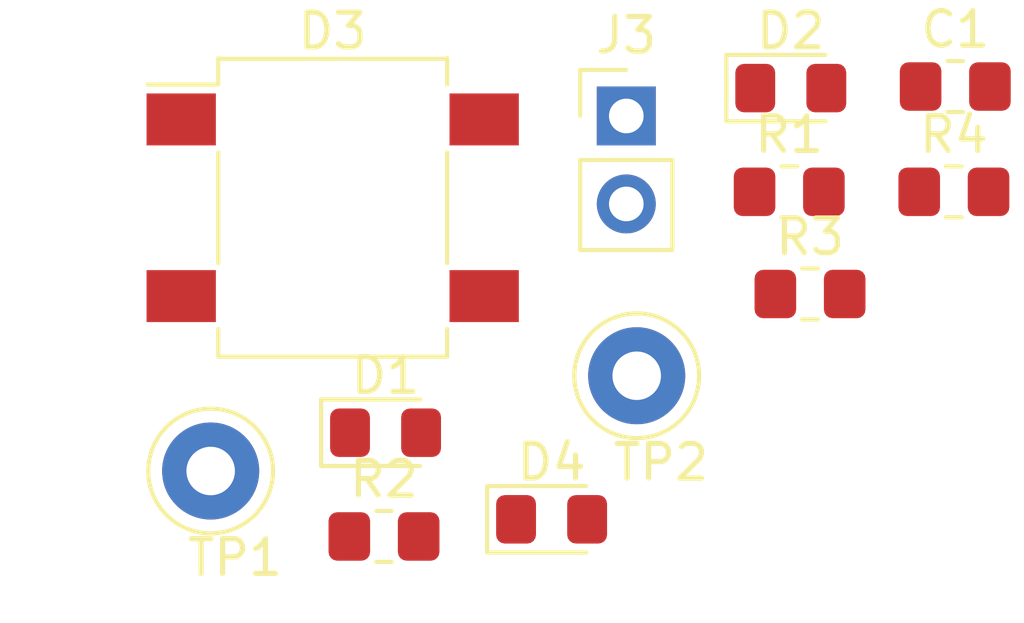
<source format=kicad_pcb>
(kicad_pcb (version 20171130) (host pcbnew 5.1.9+dfsg1-1)

  (general
    (thickness 1.6)
    (drawings 0)
    (tracks 0)
    (zones 0)
    (modules 12)
    (nets 8)
  )

  (page A4)
  (layers
    (0 F.Cu signal)
    (31 B.Cu signal)
    (32 B.Adhes user)
    (33 F.Adhes user)
    (34 B.Paste user)
    (35 F.Paste user)
    (36 B.SilkS user)
    (37 F.SilkS user)
    (38 B.Mask user)
    (39 F.Mask user)
    (40 Dwgs.User user)
    (41 Cmts.User user)
    (42 Eco1.User user)
    (43 Eco2.User user)
    (44 Edge.Cuts user)
    (45 Margin user)
    (46 B.CrtYd user)
    (47 F.CrtYd user)
    (48 B.Fab user)
    (49 F.Fab user)
  )

  (setup
    (last_trace_width 0.25)
    (trace_clearance 0.2)
    (zone_clearance 0.508)
    (zone_45_only no)
    (trace_min 0.2)
    (via_size 0.8)
    (via_drill 0.4)
    (via_min_size 0.4)
    (via_min_drill 0.3)
    (uvia_size 0.3)
    (uvia_drill 0.1)
    (uvias_allowed no)
    (uvia_min_size 0.2)
    (uvia_min_drill 0.1)
    (edge_width 0.05)
    (segment_width 0.2)
    (pcb_text_width 0.3)
    (pcb_text_size 1.5 1.5)
    (mod_edge_width 0.12)
    (mod_text_size 1 1)
    (mod_text_width 0.15)
    (pad_size 1.524 1.524)
    (pad_drill 0.762)
    (pad_to_mask_clearance 0)
    (aux_axis_origin 0 0)
    (visible_elements FFFFFF7F)
    (pcbplotparams
      (layerselection 0x010fc_ffffffff)
      (usegerberextensions false)
      (usegerberattributes true)
      (usegerberadvancedattributes true)
      (creategerberjobfile true)
      (excludeedgelayer true)
      (linewidth 0.100000)
      (plotframeref false)
      (viasonmask false)
      (mode 1)
      (useauxorigin false)
      (hpglpennumber 1)
      (hpglpenspeed 20)
      (hpglpendiameter 15.000000)
      (psnegative false)
      (psa4output false)
      (plotreference true)
      (plotvalue true)
      (plotinvisibletext false)
      (padsonsilk false)
      (subtractmaskfromsilk false)
      (outputformat 1)
      (mirror false)
      (drillshape 1)
      (scaleselection 1)
      (outputdirectory ""))
  )

  (net 0 "")
  (net 1 GND)
  (net 2 VCC)
  (net 3 "Net-(D1-Pad2)")
  (net 4 /J)
  (net 5 "Net-(D2-Pad2)")
  (net 6 /K)
  (net 7 "Net-(D4-Pad2)")

  (net_class Default "This is the default net class."
    (clearance 0.2)
    (trace_width 0.25)
    (via_dia 0.8)
    (via_drill 0.4)
    (uvia_dia 0.3)
    (uvia_drill 0.1)
    (add_net /J)
    (add_net /K)
    (add_net GND)
    (add_net "Net-(D1-Pad2)")
    (add_net "Net-(D2-Pad2)")
    (add_net "Net-(D4-Pad2)")
    (add_net VCC)
  )

  (module Diode_SMD:Diode_Bridge_Diotec_SO-DIL-Slim (layer F.Cu) (tedit 5A4F6E6E) (tstamp 61A94308)
    (at 144.346 101.036)
    (descr "SMD diode bridge Diotec SO-DIL Slim, see https://diotec.com/tl_files/diotec/files/pdf/datasheets/b40fs.pdf")
    (tags "DFS SO-DIL Slim")
    (path /61A94E2E)
    (attr smd)
    (fp_text reference D3 (at 0 -5.1) (layer F.SilkS)
      (effects (font (size 1 1) (thickness 0.15)))
    )
    (fp_text value D_Bridge_+-AA (at 0 5.2) (layer F.Fab)
      (effects (font (size 1 1) (thickness 0.15)))
    )
    (fp_text user %R (at 0 -0.065) (layer F.Fab)
      (effects (font (size 1 1) (thickness 0.15)))
    )
    (fp_line (start 3.302 -4.318) (end 3.302 -4.318) (layer F.SilkS) (width 0.12))
    (fp_line (start 3.302 -3.556) (end 3.302 -4.318) (layer F.SilkS) (width 0.12))
    (fp_line (start -5.334 -3.556) (end -5.334 -3.556) (layer F.SilkS) (width 0.12))
    (fp_line (start -3.302 -3.556) (end -5.334 -3.556) (layer F.SilkS) (width 0.12))
    (fp_line (start -3.302 -4.318) (end -3.302 -3.556) (layer F.SilkS) (width 0.12))
    (fp_line (start -3.3 3.5) (end -3.3 4.3) (layer F.SilkS) (width 0.12))
    (fp_line (start -3.3 4.3) (end 3.3 4.3) (layer F.SilkS) (width 0.12))
    (fp_line (start 3.3 4.3) (end 3.3 3.5) (layer F.SilkS) (width 0.12))
    (fp_line (start -3.3 -1.6) (end -3.3 1.6) (layer F.SilkS) (width 0.12))
    (fp_line (start 3.3 -1.6) (end 3.3 1.6) (layer F.SilkS) (width 0.12))
    (fp_line (start -3.3 -4.3) (end 3.3 -4.3) (layer F.SilkS) (width 0.12))
    (fp_line (start 3.2 -4.2) (end 3.2 4.2) (layer F.Fab) (width 0.12))
    (fp_line (start 3.2 4.2) (end -3.2 4.2) (layer F.Fab) (width 0.12))
    (fp_line (start -3.2 4.2) (end -3.2 -3.3) (layer F.Fab) (width 0.12))
    (fp_line (start -3.2 -3.3) (end -2.3 -4.2) (layer F.Fab) (width 0.12))
    (fp_line (start -2.3 -4.2) (end 3.2 -4.2) (layer F.Fab) (width 0.12))
    (fp_line (start -5.62 -4.45) (end 5.62 -4.45) (layer F.CrtYd) (width 0.05))
    (fp_line (start -5.62 -4.45) (end -5.62 4.45) (layer F.CrtYd) (width 0.05))
    (fp_line (start 5.62 4.45) (end 5.62 -4.45) (layer F.CrtYd) (width 0.05))
    (fp_line (start 5.62 4.45) (end -5.62 4.45) (layer F.CrtYd) (width 0.05))
    (pad 4 smd rect (at 4.37 -2.55) (size 2 1.5) (layers F.Cu F.Paste F.Mask)
      (net 4 /J))
    (pad 3 smd rect (at 4.37 2.55) (size 2 1.5) (layers F.Cu F.Paste F.Mask)
      (net 6 /K))
    (pad 2 smd rect (at -4.37 2.55) (size 2 1.5) (layers F.Cu F.Paste F.Mask)
      (net 1 GND))
    (pad 1 smd rect (at -4.37 -2.55) (size 2 1.5) (layers F.Cu F.Paste F.Mask)
      (net 2 VCC))
    (model ${KISYS3DMOD}/Diode_SMD.3dshapes/Diode_Bridge_Diotec_SO-DIL-Slim.wrl
      (at (xyz 0 0 0))
      (scale (xyz 1 1 1))
      (rotate (xyz 0 0 0))
    )
  )

  (module TestPoint:TestPoint_Loop_D3.50mm_Drill1.4mm_Beaded (layer F.Cu) (tedit 5A0F774F) (tstamp 61A9438F)
    (at 153.116 105.886)
    (descr "wire loop with bead as test point, loop diameter 3.5mm, hole diameter 1.4mm")
    (tags "test point wire loop bead")
    (path /61AB974C)
    (fp_text reference TP2 (at 0.7 2.5) (layer F.SilkS)
      (effects (font (size 1 1) (thickness 0.15)))
    )
    (fp_text value TestPoint_Probe (at 0 -2.8) (layer F.Fab)
      (effects (font (size 1 1) (thickness 0.15)))
    )
    (fp_text user %R (at 0.7 2.5) (layer F.Fab)
      (effects (font (size 1 1) (thickness 0.15)))
    )
    (fp_line (start -1.6 -0.3) (end -1.6 0.3) (layer F.Fab) (width 0.12))
    (fp_line (start -1.6 0.3) (end 1.6 0.3) (layer F.Fab) (width 0.12))
    (fp_line (start 1.6 0.3) (end 1.6 -0.3) (layer F.Fab) (width 0.12))
    (fp_line (start 1.6 -0.3) (end -1.6 -0.3) (layer F.Fab) (width 0.12))
    (fp_circle (center 0 0) (end 2.1 0) (layer F.CrtYd) (width 0.05))
    (fp_circle (center 0 0) (end 1.8 0) (layer F.SilkS) (width 0.12))
    (fp_circle (center 0 0) (end 1.5 0) (layer F.Fab) (width 0.12))
    (pad 1 thru_hole circle (at 0 0) (size 2.8 2.8) (drill 1.4) (layers *.Cu *.Mask)
      (net 1 GND))
    (model ${KISYS3DMOD}/TestPoint.3dshapes/TestPoint_Loop_D3.50mm_Drill1.4mm_Beaded.wrl
      (at (xyz 0 0 0))
      (scale (xyz 1 1 1))
      (rotate (xyz 0 0 0))
    )
  )

  (module TestPoint:TestPoint_Loop_D3.50mm_Drill1.4mm_Beaded (layer F.Cu) (tedit 5A0F774F) (tstamp 61A94382)
    (at 140.826 108.636)
    (descr "wire loop with bead as test point, loop diameter 3.5mm, hole diameter 1.4mm")
    (tags "test point wire loop bead")
    (path /61AB8D76)
    (fp_text reference TP1 (at 0.7 2.5) (layer F.SilkS)
      (effects (font (size 1 1) (thickness 0.15)))
    )
    (fp_text value TestPoint_Probe (at 0 -2.8) (layer F.Fab)
      (effects (font (size 1 1) (thickness 0.15)))
    )
    (fp_text user %R (at 0.7 2.5) (layer F.Fab)
      (effects (font (size 1 1) (thickness 0.15)))
    )
    (fp_line (start -1.6 -0.3) (end -1.6 0.3) (layer F.Fab) (width 0.12))
    (fp_line (start -1.6 0.3) (end 1.6 0.3) (layer F.Fab) (width 0.12))
    (fp_line (start 1.6 0.3) (end 1.6 -0.3) (layer F.Fab) (width 0.12))
    (fp_line (start 1.6 -0.3) (end -1.6 -0.3) (layer F.Fab) (width 0.12))
    (fp_circle (center 0 0) (end 2.1 0) (layer F.CrtYd) (width 0.05))
    (fp_circle (center 0 0) (end 1.8 0) (layer F.SilkS) (width 0.12))
    (fp_circle (center 0 0) (end 1.5 0) (layer F.Fab) (width 0.12))
    (pad 1 thru_hole circle (at 0 0) (size 2.8 2.8) (drill 1.4) (layers *.Cu *.Mask)
      (net 2 VCC))
    (model ${KISYS3DMOD}/TestPoint.3dshapes/TestPoint_Loop_D3.50mm_Drill1.4mm_Beaded.wrl
      (at (xyz 0 0 0))
      (scale (xyz 1 1 1))
      (rotate (xyz 0 0 0))
    )
  )

  (module Resistor_SMD:R_0805_2012Metric_Pad1.20x1.40mm_HandSolder (layer F.Cu) (tedit 5F68FEEE) (tstamp 61A94375)
    (at 162.266 100.576)
    (descr "Resistor SMD 0805 (2012 Metric), square (rectangular) end terminal, IPC_7351 nominal with elongated pad for handsoldering. (Body size source: IPC-SM-782 page 72, https://www.pcb-3d.com/wordpress/wp-content/uploads/ipc-sm-782a_amendment_1_and_2.pdf), generated with kicad-footprint-generator")
    (tags "resistor handsolder")
    (path /61A985FA)
    (attr smd)
    (fp_text reference R4 (at 0 -1.65) (layer F.SilkS)
      (effects (font (size 1 1) (thickness 0.15)))
    )
    (fp_text value R (at 0 1.65) (layer F.Fab)
      (effects (font (size 1 1) (thickness 0.15)))
    )
    (fp_text user %R (at 0 0) (layer F.Fab)
      (effects (font (size 0.5 0.5) (thickness 0.08)))
    )
    (fp_line (start -1 0.625) (end -1 -0.625) (layer F.Fab) (width 0.1))
    (fp_line (start -1 -0.625) (end 1 -0.625) (layer F.Fab) (width 0.1))
    (fp_line (start 1 -0.625) (end 1 0.625) (layer F.Fab) (width 0.1))
    (fp_line (start 1 0.625) (end -1 0.625) (layer F.Fab) (width 0.1))
    (fp_line (start -0.227064 -0.735) (end 0.227064 -0.735) (layer F.SilkS) (width 0.12))
    (fp_line (start -0.227064 0.735) (end 0.227064 0.735) (layer F.SilkS) (width 0.12))
    (fp_line (start -1.85 0.95) (end -1.85 -0.95) (layer F.CrtYd) (width 0.05))
    (fp_line (start -1.85 -0.95) (end 1.85 -0.95) (layer F.CrtYd) (width 0.05))
    (fp_line (start 1.85 -0.95) (end 1.85 0.95) (layer F.CrtYd) (width 0.05))
    (fp_line (start 1.85 0.95) (end -1.85 0.95) (layer F.CrtYd) (width 0.05))
    (pad 2 smd roundrect (at 1 0) (size 1.2 1.4) (layers F.Cu F.Paste F.Mask) (roundrect_rratio 0.208333)
      (net 1 GND))
    (pad 1 smd roundrect (at -1 0) (size 1.2 1.4) (layers F.Cu F.Paste F.Mask) (roundrect_rratio 0.208333)
      (net 2 VCC))
    (model ${KISYS3DMOD}/Resistor_SMD.3dshapes/R_0805_2012Metric.wrl
      (at (xyz 0 0 0))
      (scale (xyz 1 1 1))
      (rotate (xyz 0 0 0))
    )
  )

  (module Resistor_SMD:R_0805_2012Metric_Pad1.20x1.40mm_HandSolder (layer F.Cu) (tedit 5F68FEEE) (tstamp 61A94364)
    (at 158.116 103.526)
    (descr "Resistor SMD 0805 (2012 Metric), square (rectangular) end terminal, IPC_7351 nominal with elongated pad for handsoldering. (Body size source: IPC-SM-782 page 72, https://www.pcb-3d.com/wordpress/wp-content/uploads/ipc-sm-782a_amendment_1_and_2.pdf), generated with kicad-footprint-generator")
    (tags "resistor handsolder")
    (path /61AA5FD2)
    (attr smd)
    (fp_text reference R3 (at 0 -1.65) (layer F.SilkS)
      (effects (font (size 1 1) (thickness 0.15)))
    )
    (fp_text value 1k (at 0 1.65) (layer F.Fab)
      (effects (font (size 1 1) (thickness 0.15)))
    )
    (fp_text user %R (at 0 0) (layer F.Fab)
      (effects (font (size 0.5 0.5) (thickness 0.08)))
    )
    (fp_line (start -1 0.625) (end -1 -0.625) (layer F.Fab) (width 0.1))
    (fp_line (start -1 -0.625) (end 1 -0.625) (layer F.Fab) (width 0.1))
    (fp_line (start 1 -0.625) (end 1 0.625) (layer F.Fab) (width 0.1))
    (fp_line (start 1 0.625) (end -1 0.625) (layer F.Fab) (width 0.1))
    (fp_line (start -0.227064 -0.735) (end 0.227064 -0.735) (layer F.SilkS) (width 0.12))
    (fp_line (start -0.227064 0.735) (end 0.227064 0.735) (layer F.SilkS) (width 0.12))
    (fp_line (start -1.85 0.95) (end -1.85 -0.95) (layer F.CrtYd) (width 0.05))
    (fp_line (start -1.85 -0.95) (end 1.85 -0.95) (layer F.CrtYd) (width 0.05))
    (fp_line (start 1.85 -0.95) (end 1.85 0.95) (layer F.CrtYd) (width 0.05))
    (fp_line (start 1.85 0.95) (end -1.85 0.95) (layer F.CrtYd) (width 0.05))
    (pad 2 smd roundrect (at 1 0) (size 1.2 1.4) (layers F.Cu F.Paste F.Mask) (roundrect_rratio 0.208333)
      (net 7 "Net-(D4-Pad2)"))
    (pad 1 smd roundrect (at -1 0) (size 1.2 1.4) (layers F.Cu F.Paste F.Mask) (roundrect_rratio 0.208333)
      (net 2 VCC))
    (model ${KISYS3DMOD}/Resistor_SMD.3dshapes/R_0805_2012Metric.wrl
      (at (xyz 0 0 0))
      (scale (xyz 1 1 1))
      (rotate (xyz 0 0 0))
    )
  )

  (module Resistor_SMD:R_0805_2012Metric_Pad1.20x1.40mm_HandSolder (layer F.Cu) (tedit 5F68FEEE) (tstamp 61A94353)
    (at 145.826 110.526)
    (descr "Resistor SMD 0805 (2012 Metric), square (rectangular) end terminal, IPC_7351 nominal with elongated pad for handsoldering. (Body size source: IPC-SM-782 page 72, https://www.pcb-3d.com/wordpress/wp-content/uploads/ipc-sm-782a_amendment_1_and_2.pdf), generated with kicad-footprint-generator")
    (tags "resistor handsolder")
    (path /61AA251E)
    (attr smd)
    (fp_text reference R2 (at 0 -1.65) (layer F.SilkS)
      (effects (font (size 1 1) (thickness 0.15)))
    )
    (fp_text value 1k (at 0 1.65) (layer F.Fab)
      (effects (font (size 1 1) (thickness 0.15)))
    )
    (fp_text user %R (at 0 0) (layer F.Fab)
      (effects (font (size 0.5 0.5) (thickness 0.08)))
    )
    (fp_line (start -1 0.625) (end -1 -0.625) (layer F.Fab) (width 0.1))
    (fp_line (start -1 -0.625) (end 1 -0.625) (layer F.Fab) (width 0.1))
    (fp_line (start 1 -0.625) (end 1 0.625) (layer F.Fab) (width 0.1))
    (fp_line (start 1 0.625) (end -1 0.625) (layer F.Fab) (width 0.1))
    (fp_line (start -0.227064 -0.735) (end 0.227064 -0.735) (layer F.SilkS) (width 0.12))
    (fp_line (start -0.227064 0.735) (end 0.227064 0.735) (layer F.SilkS) (width 0.12))
    (fp_line (start -1.85 0.95) (end -1.85 -0.95) (layer F.CrtYd) (width 0.05))
    (fp_line (start -1.85 -0.95) (end 1.85 -0.95) (layer F.CrtYd) (width 0.05))
    (fp_line (start 1.85 -0.95) (end 1.85 0.95) (layer F.CrtYd) (width 0.05))
    (fp_line (start 1.85 0.95) (end -1.85 0.95) (layer F.CrtYd) (width 0.05))
    (pad 2 smd roundrect (at 1 0) (size 1.2 1.4) (layers F.Cu F.Paste F.Mask) (roundrect_rratio 0.208333)
      (net 3 "Net-(D1-Pad2)"))
    (pad 1 smd roundrect (at -1 0) (size 1.2 1.4) (layers F.Cu F.Paste F.Mask) (roundrect_rratio 0.208333)
      (net 6 /K))
    (model ${KISYS3DMOD}/Resistor_SMD.3dshapes/R_0805_2012Metric.wrl
      (at (xyz 0 0 0))
      (scale (xyz 1 1 1))
      (rotate (xyz 0 0 0))
    )
  )

  (module Resistor_SMD:R_0805_2012Metric_Pad1.20x1.40mm_HandSolder (layer F.Cu) (tedit 5F68FEEE) (tstamp 61A94342)
    (at 157.516 100.576)
    (descr "Resistor SMD 0805 (2012 Metric), square (rectangular) end terminal, IPC_7351 nominal with elongated pad for handsoldering. (Body size source: IPC-SM-782 page 72, https://www.pcb-3d.com/wordpress/wp-content/uploads/ipc-sm-782a_amendment_1_and_2.pdf), generated with kicad-footprint-generator")
    (tags "resistor handsolder")
    (path /61A95D17)
    (attr smd)
    (fp_text reference R1 (at 0 -1.65) (layer F.SilkS)
      (effects (font (size 1 1) (thickness 0.15)))
    )
    (fp_text value 1k (at 0 1.65) (layer F.Fab)
      (effects (font (size 1 1) (thickness 0.15)))
    )
    (fp_text user %R (at 0 0) (layer F.Fab)
      (effects (font (size 0.5 0.5) (thickness 0.08)))
    )
    (fp_line (start -1 0.625) (end -1 -0.625) (layer F.Fab) (width 0.1))
    (fp_line (start -1 -0.625) (end 1 -0.625) (layer F.Fab) (width 0.1))
    (fp_line (start 1 -0.625) (end 1 0.625) (layer F.Fab) (width 0.1))
    (fp_line (start 1 0.625) (end -1 0.625) (layer F.Fab) (width 0.1))
    (fp_line (start -0.227064 -0.735) (end 0.227064 -0.735) (layer F.SilkS) (width 0.12))
    (fp_line (start -0.227064 0.735) (end 0.227064 0.735) (layer F.SilkS) (width 0.12))
    (fp_line (start -1.85 0.95) (end -1.85 -0.95) (layer F.CrtYd) (width 0.05))
    (fp_line (start -1.85 -0.95) (end 1.85 -0.95) (layer F.CrtYd) (width 0.05))
    (fp_line (start 1.85 -0.95) (end 1.85 0.95) (layer F.CrtYd) (width 0.05))
    (fp_line (start 1.85 0.95) (end -1.85 0.95) (layer F.CrtYd) (width 0.05))
    (pad 2 smd roundrect (at 1 0) (size 1.2 1.4) (layers F.Cu F.Paste F.Mask) (roundrect_rratio 0.208333)
      (net 5 "Net-(D2-Pad2)"))
    (pad 1 smd roundrect (at -1 0) (size 1.2 1.4) (layers F.Cu F.Paste F.Mask) (roundrect_rratio 0.208333)
      (net 4 /J))
    (model ${KISYS3DMOD}/Resistor_SMD.3dshapes/R_0805_2012Metric.wrl
      (at (xyz 0 0 0))
      (scale (xyz 1 1 1))
      (rotate (xyz 0 0 0))
    )
  )

  (module Connector_PinHeader_2.54mm:PinHeader_1x02_P2.54mm_Vertical (layer F.Cu) (tedit 59FED5CC) (tstamp 61A94331)
    (at 152.816 98.386)
    (descr "Through hole straight pin header, 1x02, 2.54mm pitch, single row")
    (tags "Through hole pin header THT 1x02 2.54mm single row")
    (path /61AC4EAC)
    (fp_text reference J3 (at 0 -2.33) (layer F.SilkS)
      (effects (font (size 1 1) (thickness 0.15)))
    )
    (fp_text value Screw_Terminal_01x02 (at 0 4.87) (layer F.Fab)
      (effects (font (size 1 1) (thickness 0.15)))
    )
    (fp_text user %R (at 0 1.27 90) (layer F.Fab)
      (effects (font (size 1 1) (thickness 0.15)))
    )
    (fp_line (start -0.635 -1.27) (end 1.27 -1.27) (layer F.Fab) (width 0.1))
    (fp_line (start 1.27 -1.27) (end 1.27 3.81) (layer F.Fab) (width 0.1))
    (fp_line (start 1.27 3.81) (end -1.27 3.81) (layer F.Fab) (width 0.1))
    (fp_line (start -1.27 3.81) (end -1.27 -0.635) (layer F.Fab) (width 0.1))
    (fp_line (start -1.27 -0.635) (end -0.635 -1.27) (layer F.Fab) (width 0.1))
    (fp_line (start -1.33 3.87) (end 1.33 3.87) (layer F.SilkS) (width 0.12))
    (fp_line (start -1.33 1.27) (end -1.33 3.87) (layer F.SilkS) (width 0.12))
    (fp_line (start 1.33 1.27) (end 1.33 3.87) (layer F.SilkS) (width 0.12))
    (fp_line (start -1.33 1.27) (end 1.33 1.27) (layer F.SilkS) (width 0.12))
    (fp_line (start -1.33 0) (end -1.33 -1.33) (layer F.SilkS) (width 0.12))
    (fp_line (start -1.33 -1.33) (end 0 -1.33) (layer F.SilkS) (width 0.12))
    (fp_line (start -1.8 -1.8) (end -1.8 4.35) (layer F.CrtYd) (width 0.05))
    (fp_line (start -1.8 4.35) (end 1.8 4.35) (layer F.CrtYd) (width 0.05))
    (fp_line (start 1.8 4.35) (end 1.8 -1.8) (layer F.CrtYd) (width 0.05))
    (fp_line (start 1.8 -1.8) (end -1.8 -1.8) (layer F.CrtYd) (width 0.05))
    (pad 2 thru_hole oval (at 0 2.54) (size 1.7 1.7) (drill 1) (layers *.Cu *.Mask)
      (net 1 GND))
    (pad 1 thru_hole rect (at 0 0) (size 1.7 1.7) (drill 1) (layers *.Cu *.Mask)
      (net 2 VCC))
    (model ${KISYS3DMOD}/Connector_PinHeader_2.54mm.3dshapes/PinHeader_1x02_P2.54mm_Vertical.wrl
      (at (xyz 0 0 0))
      (scale (xyz 1 1 1))
      (rotate (xyz 0 0 0))
    )
  )

  (module LED_SMD:LED_0805_2012Metric_Pad1.15x1.40mm_HandSolder (layer F.Cu) (tedit 5F68FEF1) (tstamp 61A9431B)
    (at 150.661 110.031)
    (descr "LED SMD 0805 (2012 Metric), square (rectangular) end terminal, IPC_7351 nominal, (Body size source: https://docs.google.com/spreadsheets/d/1BsfQQcO9C6DZCsRaXUlFlo91Tg2WpOkGARC1WS5S8t0/edit?usp=sharing), generated with kicad-footprint-generator")
    (tags "LED handsolder")
    (path /61A9716E)
    (attr smd)
    (fp_text reference D4 (at 0 -1.65) (layer F.SilkS)
      (effects (font (size 1 1) (thickness 0.15)))
    )
    (fp_text value LED (at 0 1.65) (layer F.Fab)
      (effects (font (size 1 1) (thickness 0.15)))
    )
    (fp_text user %R (at 0 0) (layer F.Fab)
      (effects (font (size 0.5 0.5) (thickness 0.08)))
    )
    (fp_line (start 1 -0.6) (end -0.7 -0.6) (layer F.Fab) (width 0.1))
    (fp_line (start -0.7 -0.6) (end -1 -0.3) (layer F.Fab) (width 0.1))
    (fp_line (start -1 -0.3) (end -1 0.6) (layer F.Fab) (width 0.1))
    (fp_line (start -1 0.6) (end 1 0.6) (layer F.Fab) (width 0.1))
    (fp_line (start 1 0.6) (end 1 -0.6) (layer F.Fab) (width 0.1))
    (fp_line (start 1 -0.96) (end -1.86 -0.96) (layer F.SilkS) (width 0.12))
    (fp_line (start -1.86 -0.96) (end -1.86 0.96) (layer F.SilkS) (width 0.12))
    (fp_line (start -1.86 0.96) (end 1 0.96) (layer F.SilkS) (width 0.12))
    (fp_line (start -1.85 0.95) (end -1.85 -0.95) (layer F.CrtYd) (width 0.05))
    (fp_line (start -1.85 -0.95) (end 1.85 -0.95) (layer F.CrtYd) (width 0.05))
    (fp_line (start 1.85 -0.95) (end 1.85 0.95) (layer F.CrtYd) (width 0.05))
    (fp_line (start 1.85 0.95) (end -1.85 0.95) (layer F.CrtYd) (width 0.05))
    (pad 2 smd roundrect (at 1.025 0) (size 1.15 1.4) (layers F.Cu F.Paste F.Mask) (roundrect_rratio 0.217391)
      (net 7 "Net-(D4-Pad2)"))
    (pad 1 smd roundrect (at -1.025 0) (size 1.15 1.4) (layers F.Cu F.Paste F.Mask) (roundrect_rratio 0.217391)
      (net 1 GND))
    (model ${KISYS3DMOD}/LED_SMD.3dshapes/LED_0805_2012Metric.wrl
      (at (xyz 0 0 0))
      (scale (xyz 1 1 1))
      (rotate (xyz 0 0 0))
    )
  )

  (module LED_SMD:LED_0805_2012Metric_Pad1.15x1.40mm_HandSolder (layer F.Cu) (tedit 5F68FEF1) (tstamp 61A942EB)
    (at 157.561 97.581)
    (descr "LED SMD 0805 (2012 Metric), square (rectangular) end terminal, IPC_7351 nominal, (Body size source: https://docs.google.com/spreadsheets/d/1BsfQQcO9C6DZCsRaXUlFlo91Tg2WpOkGARC1WS5S8t0/edit?usp=sharing), generated with kicad-footprint-generator")
    (tags "LED handsolder")
    (path /61A9F073)
    (attr smd)
    (fp_text reference D2 (at 0 -1.65) (layer F.SilkS)
      (effects (font (size 1 1) (thickness 0.15)))
    )
    (fp_text value LED (at 0 1.65) (layer F.Fab)
      (effects (font (size 1 1) (thickness 0.15)))
    )
    (fp_text user %R (at 0 0) (layer F.Fab)
      (effects (font (size 0.5 0.5) (thickness 0.08)))
    )
    (fp_line (start 1 -0.6) (end -0.7 -0.6) (layer F.Fab) (width 0.1))
    (fp_line (start -0.7 -0.6) (end -1 -0.3) (layer F.Fab) (width 0.1))
    (fp_line (start -1 -0.3) (end -1 0.6) (layer F.Fab) (width 0.1))
    (fp_line (start -1 0.6) (end 1 0.6) (layer F.Fab) (width 0.1))
    (fp_line (start 1 0.6) (end 1 -0.6) (layer F.Fab) (width 0.1))
    (fp_line (start 1 -0.96) (end -1.86 -0.96) (layer F.SilkS) (width 0.12))
    (fp_line (start -1.86 -0.96) (end -1.86 0.96) (layer F.SilkS) (width 0.12))
    (fp_line (start -1.86 0.96) (end 1 0.96) (layer F.SilkS) (width 0.12))
    (fp_line (start -1.85 0.95) (end -1.85 -0.95) (layer F.CrtYd) (width 0.05))
    (fp_line (start -1.85 -0.95) (end 1.85 -0.95) (layer F.CrtYd) (width 0.05))
    (fp_line (start 1.85 -0.95) (end 1.85 0.95) (layer F.CrtYd) (width 0.05))
    (fp_line (start 1.85 0.95) (end -1.85 0.95) (layer F.CrtYd) (width 0.05))
    (pad 2 smd roundrect (at 1.025 0) (size 1.15 1.4) (layers F.Cu F.Paste F.Mask) (roundrect_rratio 0.217391)
      (net 5 "Net-(D2-Pad2)"))
    (pad 1 smd roundrect (at -1.025 0) (size 1.15 1.4) (layers F.Cu F.Paste F.Mask) (roundrect_rratio 0.217391)
      (net 6 /K))
    (model ${KISYS3DMOD}/LED_SMD.3dshapes/LED_0805_2012Metric.wrl
      (at (xyz 0 0 0))
      (scale (xyz 1 1 1))
      (rotate (xyz 0 0 0))
    )
  )

  (module LED_SMD:LED_0805_2012Metric_Pad1.15x1.40mm_HandSolder (layer F.Cu) (tedit 5F68FEF1) (tstamp 61A942D8)
    (at 145.871 107.531)
    (descr "LED SMD 0805 (2012 Metric), square (rectangular) end terminal, IPC_7351 nominal, (Body size source: https://docs.google.com/spreadsheets/d/1BsfQQcO9C6DZCsRaXUlFlo91Tg2WpOkGARC1WS5S8t0/edit?usp=sharing), generated with kicad-footprint-generator")
    (tags "LED handsolder")
    (path /61AA2524)
    (attr smd)
    (fp_text reference D1 (at 0 -1.65) (layer F.SilkS)
      (effects (font (size 1 1) (thickness 0.15)))
    )
    (fp_text value LED (at 0 1.65) (layer F.Fab)
      (effects (font (size 1 1) (thickness 0.15)))
    )
    (fp_text user %R (at 0 0) (layer F.Fab)
      (effects (font (size 0.5 0.5) (thickness 0.08)))
    )
    (fp_line (start 1 -0.6) (end -0.7 -0.6) (layer F.Fab) (width 0.1))
    (fp_line (start -0.7 -0.6) (end -1 -0.3) (layer F.Fab) (width 0.1))
    (fp_line (start -1 -0.3) (end -1 0.6) (layer F.Fab) (width 0.1))
    (fp_line (start -1 0.6) (end 1 0.6) (layer F.Fab) (width 0.1))
    (fp_line (start 1 0.6) (end 1 -0.6) (layer F.Fab) (width 0.1))
    (fp_line (start 1 -0.96) (end -1.86 -0.96) (layer F.SilkS) (width 0.12))
    (fp_line (start -1.86 -0.96) (end -1.86 0.96) (layer F.SilkS) (width 0.12))
    (fp_line (start -1.86 0.96) (end 1 0.96) (layer F.SilkS) (width 0.12))
    (fp_line (start -1.85 0.95) (end -1.85 -0.95) (layer F.CrtYd) (width 0.05))
    (fp_line (start -1.85 -0.95) (end 1.85 -0.95) (layer F.CrtYd) (width 0.05))
    (fp_line (start 1.85 -0.95) (end 1.85 0.95) (layer F.CrtYd) (width 0.05))
    (fp_line (start 1.85 0.95) (end -1.85 0.95) (layer F.CrtYd) (width 0.05))
    (pad 2 smd roundrect (at 1.025 0) (size 1.15 1.4) (layers F.Cu F.Paste F.Mask) (roundrect_rratio 0.217391)
      (net 3 "Net-(D1-Pad2)"))
    (pad 1 smd roundrect (at -1.025 0) (size 1.15 1.4) (layers F.Cu F.Paste F.Mask) (roundrect_rratio 0.217391)
      (net 4 /J))
    (model ${KISYS3DMOD}/LED_SMD.3dshapes/LED_0805_2012Metric.wrl
      (at (xyz 0 0 0))
      (scale (xyz 1 1 1))
      (rotate (xyz 0 0 0))
    )
  )

  (module Resistor_SMD:R_0805_2012Metric_Pad1.20x1.40mm_HandSolder (layer F.Cu) (tedit 5F68FEEE) (tstamp 61A942C5)
    (at 162.306 97.536)
    (descr "Resistor SMD 0805 (2012 Metric), square (rectangular) end terminal, IPC_7351 nominal with elongated pad for handsoldering. (Body size source: IPC-SM-782 page 72, https://www.pcb-3d.com/wordpress/wp-content/uploads/ipc-sm-782a_amendment_1_and_2.pdf), generated with kicad-footprint-generator")
    (tags "resistor handsolder")
    (path /61A97691)
    (attr smd)
    (fp_text reference C1 (at 0 -1.65) (layer F.SilkS)
      (effects (font (size 1 1) (thickness 0.15)))
    )
    (fp_text value 100n (at 0 1.65) (layer F.Fab)
      (effects (font (size 1 1) (thickness 0.15)))
    )
    (fp_text user %R (at 0 0) (layer F.Fab)
      (effects (font (size 0.5 0.5) (thickness 0.08)))
    )
    (fp_line (start -1 0.625) (end -1 -0.625) (layer F.Fab) (width 0.1))
    (fp_line (start -1 -0.625) (end 1 -0.625) (layer F.Fab) (width 0.1))
    (fp_line (start 1 -0.625) (end 1 0.625) (layer F.Fab) (width 0.1))
    (fp_line (start 1 0.625) (end -1 0.625) (layer F.Fab) (width 0.1))
    (fp_line (start -0.227064 -0.735) (end 0.227064 -0.735) (layer F.SilkS) (width 0.12))
    (fp_line (start -0.227064 0.735) (end 0.227064 0.735) (layer F.SilkS) (width 0.12))
    (fp_line (start -1.85 0.95) (end -1.85 -0.95) (layer F.CrtYd) (width 0.05))
    (fp_line (start -1.85 -0.95) (end 1.85 -0.95) (layer F.CrtYd) (width 0.05))
    (fp_line (start 1.85 -0.95) (end 1.85 0.95) (layer F.CrtYd) (width 0.05))
    (fp_line (start 1.85 0.95) (end -1.85 0.95) (layer F.CrtYd) (width 0.05))
    (pad 2 smd roundrect (at 1 0) (size 1.2 1.4) (layers F.Cu F.Paste F.Mask) (roundrect_rratio 0.208333)
      (net 1 GND))
    (pad 1 smd roundrect (at -1 0) (size 1.2 1.4) (layers F.Cu F.Paste F.Mask) (roundrect_rratio 0.208333)
      (net 2 VCC))
    (model ${KISYS3DMOD}/Resistor_SMD.3dshapes/R_0805_2012Metric.wrl
      (at (xyz 0 0 0))
      (scale (xyz 1 1 1))
      (rotate (xyz 0 0 0))
    )
  )

)

</source>
